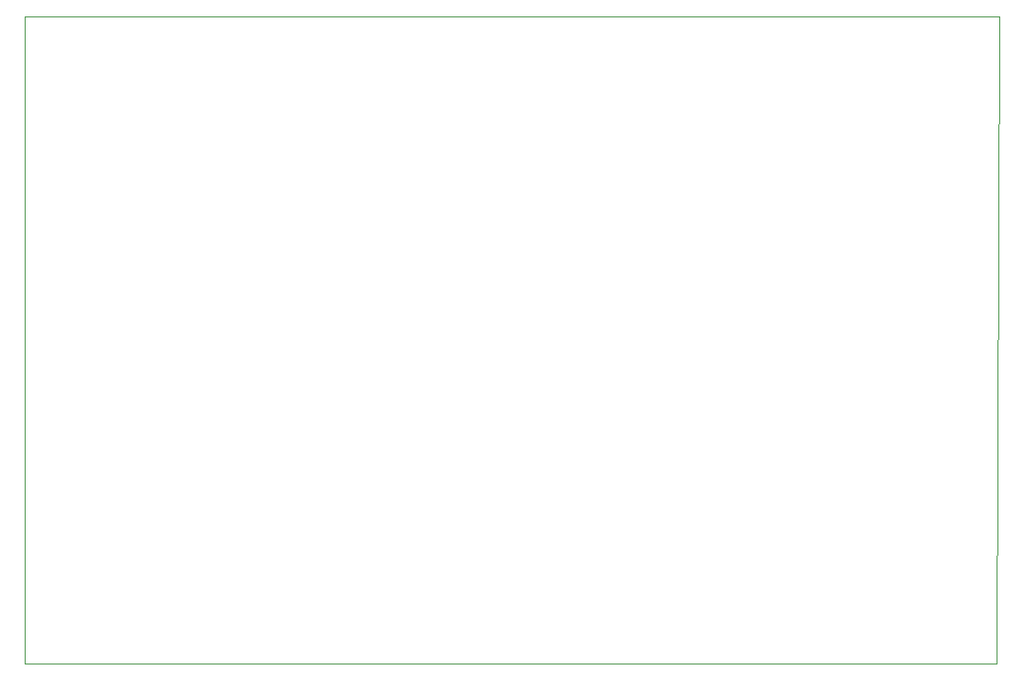
<source format=gbr>
%TF.GenerationSoftware,KiCad,Pcbnew,5.1.7-a382d34a8~88~ubuntu20.04.1*%
%TF.CreationDate,2020-12-27T18:37:31+01:00*%
%TF.ProjectId,PhotoPlug,50686f74-6f50-46c7-9567-2e6b69636164,rev?*%
%TF.SameCoordinates,Original*%
%TF.FileFunction,Profile,NP*%
%FSLAX46Y46*%
G04 Gerber Fmt 4.6, Leading zero omitted, Abs format (unit mm)*
G04 Created by KiCad (PCBNEW 5.1.7-a382d34a8~88~ubuntu20.04.1) date 2020-12-27 18:37:31*
%MOMM*%
%LPD*%
G01*
G04 APERTURE LIST*
%TA.AperFunction,Profile*%
%ADD10C,0.050000*%
%TD*%
G04 APERTURE END LIST*
D10*
X115062000Y-155194000D02*
X115062000Y-95250000D01*
X204978000Y-155194000D02*
X115062000Y-155194000D01*
X205232000Y-95250000D02*
X204978000Y-155194000D01*
X115062000Y-95250000D02*
X205232000Y-95250000D01*
M02*

</source>
